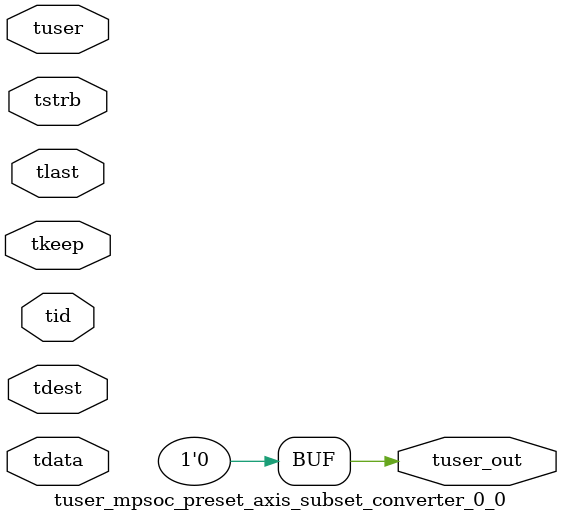
<source format=v>


`timescale 1ps/1ps

module tuser_mpsoc_preset_axis_subset_converter_0_0 #
(
parameter C_S_AXIS_TUSER_WIDTH = 1,
parameter C_S_AXIS_TDATA_WIDTH = 32,
parameter C_S_AXIS_TID_WIDTH   = 0,
parameter C_S_AXIS_TDEST_WIDTH = 0,
parameter C_M_AXIS_TUSER_WIDTH = 1
)
(
input  [(C_S_AXIS_TUSER_WIDTH == 0 ? 1 : C_S_AXIS_TUSER_WIDTH)-1:0     ] tuser,
input  [(C_S_AXIS_TDATA_WIDTH == 0 ? 1 : C_S_AXIS_TDATA_WIDTH)-1:0     ] tdata,
input  [(C_S_AXIS_TID_WIDTH   == 0 ? 1 : C_S_AXIS_TID_WIDTH)-1:0       ] tid,
input  [(C_S_AXIS_TDEST_WIDTH == 0 ? 1 : C_S_AXIS_TDEST_WIDTH)-1:0     ] tdest,
input  [(C_S_AXIS_TDATA_WIDTH/8)-1:0 ] tkeep,
input  [(C_S_AXIS_TDATA_WIDTH/8)-1:0 ] tstrb,
input                                                                    tlast,
output [C_M_AXIS_TUSER_WIDTH-1:0] tuser_out
);

assign tuser_out = {1'b0};

endmodule


</source>
